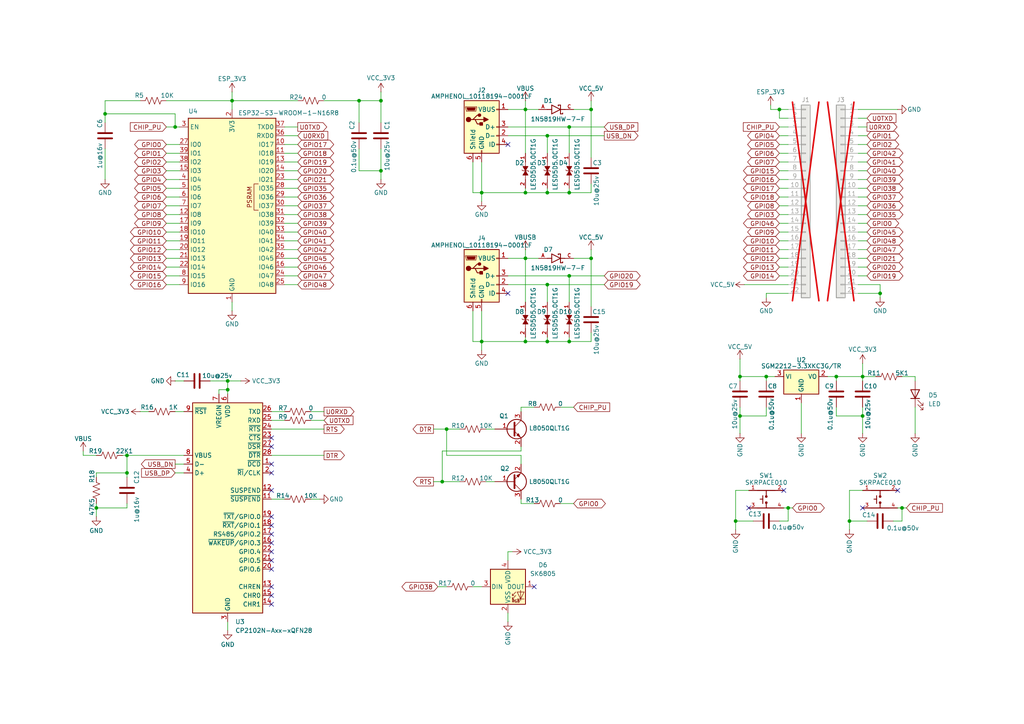
<source format=kicad_sch>
(kicad_sch (version 20231120) (generator "eeschema") (generator_version "8.0")
  (paper "A4")
  (title_block (title "ESP32-S3-DEVKITC-1-N16") (date "2024-10-28") (rev "rev0") (company "Espressif") (comment 1 "Drawing by Sean P. Harrington"))
  (junction (at 139.7 99.06))
  (junction (at 110.49 49.53))
  (junction (at 128.27 139.7))
  (junction (at 242.57 109.22))
  (junction (at 226.06 31.75))
  (junction (at 30.48 33.02))
  (junction (at 27.94 147.32))
  (junction (at 250.19 109.22))
  (junction (at 214.63 109.22))
  (junction (at 158.75 39.37))
  (junction (at 67.31 29.21))
  (junction (at 152.4 99.06))
  (junction (at 158.75 99.06))
  (junction (at 139.7 55.88))
  (junction (at 250.19 120.65))
  (junction (at 171.45 74.93))
  (junction (at 165.1 99.06))
  (junction (at 152.4 31.75))
  (junction (at 110.49 29.21))
  (junction (at 129.54 124.46))
  (junction (at 152.4 55.88))
  (junction (at 104.14 29.21))
  (junction (at 50.8 36.83))
  (junction (at 246.38 151.13))
  (junction (at 213.36 151.13))
  (junction (at 255.27 85.09))
  (junction (at 66.04 113.03))
  (junction (at 158.75 82.55))
  (junction (at 165.1 80.01))
  (junction (at 152.4 74.93))
  (junction (at 261.62 147.32))
  (junction (at 165.1 55.88))
  (junction (at 214.63 120.65))
  (junction (at 66.04 110.49))
  (junction (at 228.6 147.32))
  (junction (at 36.83 137.16))
  (junction (at 171.45 31.75))
  (junction (at 222.25 109.22))
  (junction (at 165.1 36.83))
  (junction (at 158.75 55.88))
  (junction (at 36.83 132.08))
  (no_connect (at 78.74 157.48))
  (no_connect (at 78.74 142.24))
  (no_connect (at 78.74 170.18))
  (no_connect (at 78.74 175.26))
  (no_connect (at 147.32 41.91))
  (no_connect (at 78.74 149.86))
  (no_connect (at 78.74 152.4))
  (no_connect (at 78.74 172.72))
  (no_connect (at 147.32 85.09))
  (no_connect (at 78.74 137.16))
  (no_connect (at 78.74 162.56))
  (no_connect (at 227.33 142.24))
  (no_connect (at 78.74 134.62))
  (no_connect (at 78.74 154.94))
  (no_connect (at 78.74 129.54))
  (no_connect (at 154.94 170.18))
  (no_connect (at 78.74 160.02))
  (no_connect (at 217.17 147.32))
  (no_connect (at 78.74 165.1))
  (no_connect (at 260.35 142.24))
  (no_connect (at 78.74 127))
  (no_connect (at 250.19 147.32))
  (wire (pts (xy 248.92 44.45) (xy 251.46 44.45)))
  (wire (pts (xy 104.14 29.21) (xy 104.14 35.56)))
  (wire (pts (xy 165.1 36.83) (xy 175.26 36.83)))
  (wire (pts (xy 24.13 130.81) (xy 24.13 132.08)))
  (wire (pts (xy 48.26 36.83) (xy 50.8 36.83)))
  (wire (pts (xy 248.92 85.09) (xy 255.27 85.09)))
  (wire (pts (xy 48.26 72.39) (xy 52.07 72.39)))
  (wire (pts (xy 226.06 69.85) (xy 228.6 69.85)))
  (wire (pts (xy 265.43 118.11) (xy 265.43 125.73)))
  (wire (pts (xy 165.1 55.88) (xy 165.1 54.61)))
  (wire (pts (xy 261.62 147.32) (xy 260.35 147.32)))
  (wire (pts (xy 67.31 26.67) (xy 67.31 29.21)))
  (wire (pts (xy 165.1 99.06) (xy 165.1 97.79)))
  (wire (pts (xy 151.13 119.38) (xy 151.13 118.11)))
  (wire (pts (xy 242.57 109.22) (xy 242.57 110.49)))
  (wire (pts (xy 158.75 55.88) (xy 158.75 54.61)))
  (wire (pts (xy 152.4 74.93) (xy 152.4 87.63)))
  (wire (pts (xy 82.55 36.83) (xy 86.36 36.83)))
  (wire (pts (xy 250.19 120.65) (xy 250.19 125.73)))
  (wire (pts (xy 248.92 59.69) (xy 251.46 59.69)))
  (wire (pts (xy 152.4 31.75) (xy 156.21 31.75)))
  (wire (pts (xy 90.17 121.92) (xy 93.98 121.92)))
  (wire (pts (xy 261.62 147.32) (xy 262.89 147.32)))
  (wire (pts (xy 137.16 55.88) (xy 139.7 55.88)))
  (wire (pts (xy 90.17 119.38) (xy 93.98 119.38)))
  (wire (pts (xy 165.1 80.01) (xy 165.1 87.63)))
  (wire (pts (xy 151.13 129.54) (xy 151.13 130.81)))
  (wire (pts (xy 226.06 52.07) (xy 228.6 52.07)))
  (wire (pts (xy 147.32 80.01) (xy 165.1 80.01)))
  (wire (pts (xy 63.5 113.03) (xy 66.04 113.03)))
  (wire (pts (xy 147.32 31.75) (xy 152.4 31.75)))
  (wire (pts (xy 228.6 147.32) (xy 229.87 147.32)))
  (wire (pts (xy 147.32 160.02) (xy 147.32 162.56)))
  (wire (pts (xy 147.32 74.93) (xy 152.4 74.93)))
  (wire (pts (xy 222.25 109.22) (xy 222.25 110.49)))
  (wire (pts (xy 248.92 49.53) (xy 251.46 49.53)))
  (wire (pts (xy 151.13 146.05) (xy 151.13 144.78)))
  (wire (pts (xy 48.26 59.69) (xy 52.07 59.69)))
  (wire (pts (xy 110.49 29.21) (xy 110.49 35.56)))
  (wire (pts (xy 166.37 31.75) (xy 171.45 31.75)))
  (wire (pts (xy 171.45 74.93) (xy 171.45 88.9)))
  (wire (pts (xy 152.4 31.75) (xy 152.4 44.45)))
  (wire (pts (xy 152.4 99.06) (xy 158.75 99.06)))
  (wire (pts (xy 50.8 119.38) (xy 53.34 119.38)))
  (wire (pts (xy 110.49 26.67) (xy 110.49 29.21)))
  (wire (pts (xy 151.13 134.62) (xy 151.13 132.08)))
  (wire (pts (xy 254 109.22) (xy 250.19 109.22)))
  (wire (pts (xy 152.4 55.88) (xy 152.4 54.61)))
  (wire (pts (xy 250.19 118.11) (xy 250.19 120.65)))
  (wire (pts (xy 226.06 34.29) (xy 226.06 31.75)))
  (wire (pts (xy 226.06 62.23) (xy 228.6 62.23)))
  (wire (pts (xy 248.92 57.15) (xy 251.46 57.15)))
  (wire (pts (xy 227.33 147.32) (xy 228.6 147.32)))
  (wire (pts (xy 48.26 54.61) (xy 52.07 54.61)))
  (wire (pts (xy 36.83 147.32) (xy 27.94 147.32)))
  (wire (pts (xy 48.26 74.93) (xy 52.07 74.93)))
  (wire (pts (xy 66.04 110.49) (xy 66.04 113.03)))
  (wire (pts (xy 248.92 62.23) (xy 251.46 62.23)))
  (wire (pts (xy 82.55 39.37) (xy 86.36 39.37)))
  (wire (pts (xy 50.8 36.83) (xy 50.8 33.02)))
  (wire (pts (xy 158.75 82.55) (xy 158.75 87.63)))
  (wire (pts (xy 250.19 142.24) (xy 246.38 142.24)))
  (wire (pts (xy 222.25 120.65) (xy 214.63 120.65)))
  (wire (pts (xy 137.16 170.18) (xy 139.7 170.18)))
  (wire (pts (xy 248.92 74.93) (xy 251.46 74.93)))
  (wire (pts (xy 158.75 99.06) (xy 158.75 97.79)))
  (wire (pts (xy 139.7 55.88) (xy 152.4 55.88)))
  (wire (pts (xy 110.49 43.18) (xy 110.49 49.53)))
  (wire (pts (xy 158.75 39.37) (xy 158.75 44.45)))
  (wire (pts (xy 248.92 64.77) (xy 251.46 64.77)))
  (wire (pts (xy 242.57 118.11) (xy 242.57 120.65)))
  (wire (pts (xy 214.63 109.22) (xy 214.63 104.14)))
  (wire (pts (xy 255.27 86.36) (xy 255.27 85.09)))
  (wire (pts (xy 248.92 67.31) (xy 251.46 67.31)))
  (wire (pts (xy 137.16 90.17) (xy 137.16 99.06)))
  (wire (pts (xy 27.94 138.43) (xy 27.94 137.16)))
  (wire (pts (xy 82.55 57.15) (xy 86.36 57.15)))
  (wire (pts (xy 265.43 109.22) (xy 265.43 110.49)))
  (wire (pts (xy 48.26 29.21) (xy 67.31 29.21)))
  (wire (pts (xy 248.92 31.75) (xy 260.35 31.75)))
  (wire (pts (xy 148.59 160.02) (xy 147.32 160.02)))
  (wire (pts (xy 63.5 114.3) (xy 63.5 113.03)))
  (wire (pts (xy 162.56 146.05) (xy 166.37 146.05)))
  (wire (pts (xy 248.92 69.85) (xy 251.46 69.85)))
  (wire (pts (xy 127 170.18) (xy 129.54 170.18)))
  (wire (pts (xy 35.56 132.08) (xy 36.83 132.08)))
  (wire (pts (xy 158.75 55.88) (xy 165.1 55.88)))
  (wire (pts (xy 140.97 139.7) (xy 143.51 139.7)))
  (wire (pts (xy 213.36 151.13) (xy 213.36 153.67)))
  (wire (pts (xy 226.06 39.37) (xy 228.6 39.37)))
  (wire (pts (xy 48.26 67.31) (xy 52.07 67.31)))
  (wire (pts (xy 228.6 31.75) (xy 226.06 31.75)))
  (wire (pts (xy 228.6 34.29) (xy 226.06 34.29)))
  (wire (pts (xy 242.57 120.65) (xy 250.19 120.65)))
  (wire (pts (xy 226.06 77.47) (xy 228.6 77.47)))
  (wire (pts (xy 165.1 36.83) (xy 165.1 44.45)))
  (wire (pts (xy 129.54 132.08) (xy 129.54 124.46)))
  (wire (pts (xy 139.7 99.06) (xy 152.4 99.06)))
  (wire (pts (xy 78.74 121.92) (xy 82.55 121.92)))
  (wire (pts (xy 48.26 46.99) (xy 52.07 46.99)))
  (wire (pts (xy 248.92 72.39) (xy 251.46 72.39)))
  (wire (pts (xy 139.7 99.06) (xy 139.7 101.6)))
  (wire (pts (xy 152.4 29.21) (xy 152.4 31.75)))
  (wire (pts (xy 48.26 77.47) (xy 52.07 77.47)))
  (wire (pts (xy 137.16 46.99) (xy 137.16 55.88)))
  (wire (pts (xy 226.06 44.45) (xy 228.6 44.45)))
  (wire (pts (xy 30.48 43.18) (xy 30.48 52.07)))
  (wire (pts (xy 82.55 72.39) (xy 86.36 72.39)))
  (wire (pts (xy 226.06 59.69) (xy 228.6 59.69)))
  (wire (pts (xy 82.55 82.55) (xy 86.36 82.55)))
  (wire (pts (xy 171.45 55.88) (xy 171.45 53.34)))
  (wire (pts (xy 223.52 31.75) (xy 223.52 30.48)))
  (wire (pts (xy 139.7 90.17) (xy 139.7 99.06)))
  (wire (pts (xy 67.31 87.63) (xy 67.31 90.17)))
  (wire (pts (xy 82.55 44.45) (xy 86.36 44.45)))
  (wire (pts (xy 248.92 41.91) (xy 251.46 41.91)))
  (wire (pts (xy 171.45 72.39) (xy 171.45 74.93)))
  (wire (pts (xy 242.57 109.22) (xy 250.19 109.22)))
  (wire (pts (xy 228.6 85.09) (xy 222.25 85.09)))
  (wire (pts (xy 171.45 29.21) (xy 171.45 31.75)))
  (wire (pts (xy 240.03 109.22) (xy 242.57 109.22)))
  (wire (pts (xy 82.55 59.69) (xy 86.36 59.69)))
  (wire (pts (xy 48.26 82.55) (xy 52.07 82.55)))
  (wire (pts (xy 165.1 55.88) (xy 171.45 55.88)))
  (wire (pts (xy 226.06 54.61) (xy 228.6 54.61)))
  (wire (pts (xy 48.26 69.85) (xy 52.07 69.85)))
  (wire (pts (xy 248.92 34.29) (xy 251.46 34.29)))
  (wire (pts (xy 140.97 124.46) (xy 143.51 124.46)))
  (wire (pts (xy 78.74 144.78) (xy 82.55 144.78)))
  (wire (pts (xy 67.31 29.21) (xy 86.36 29.21)))
  (wire (pts (xy 226.06 67.31) (xy 228.6 67.31)))
  (wire (pts (xy 90.17 144.78) (xy 92.71 144.78)))
  (wire (pts (xy 165.1 99.06) (xy 171.45 99.06)))
  (wire (pts (xy 162.56 118.11) (xy 166.37 118.11)))
  (wire (pts (xy 78.74 132.08) (xy 93.98 132.08)))
  (wire (pts (xy 82.55 41.91) (xy 86.36 41.91)))
  (wire (pts (xy 226.06 31.75) (xy 223.52 31.75)))
  (wire (pts (xy 128.27 130.81) (xy 128.27 139.7)))
  (wire (pts (xy 226.06 57.15) (xy 228.6 57.15)))
  (wire (pts (xy 82.55 62.23) (xy 86.36 62.23)))
  (wire (pts (xy 78.74 119.38) (xy 82.55 119.38)))
  (wire (pts (xy 147.32 177.8) (xy 147.32 180.34)))
  (wire (pts (xy 36.83 132.08) (xy 53.34 132.08)))
  (wire (pts (xy 82.55 77.47) (xy 86.36 77.47)))
  (wire (pts (xy 125.73 139.7) (xy 128.27 139.7)))
  (wire (pts (xy 78.74 124.46) (xy 93.98 124.46)))
  (wire (pts (xy 48.26 57.15) (xy 52.07 57.15)))
  (wire (pts (xy 154.94 146.05) (xy 151.13 146.05)))
  (wire (pts (xy 228.6 147.32) (xy 228.6 151.13)))
  (wire (pts (xy 128.27 139.7) (xy 133.35 139.7)))
  (wire (pts (xy 110.49 49.53) (xy 104.14 49.53)))
  (wire (pts (xy 248.92 39.37) (xy 251.46 39.37)))
  (wire (pts (xy 48.26 62.23) (xy 52.07 62.23)))
  (wire (pts (xy 110.49 49.53) (xy 110.49 52.07)))
  (wire (pts (xy 82.55 74.93) (xy 86.36 74.93)))
  (wire (pts (xy 67.31 29.21) (xy 67.31 31.75)))
  (wire (pts (xy 30.48 29.21) (xy 30.48 33.02)))
  (wire (pts (xy 171.45 31.75) (xy 171.45 45.72)))
  (wire (pts (xy 246.38 151.13) (xy 251.46 151.13)))
  (wire (pts (xy 48.26 44.45) (xy 52.07 44.45)))
  (wire (pts (xy 214.63 109.22) (xy 214.63 110.49)))
  (wire (pts (xy 171.45 99.06) (xy 171.45 96.52)))
  (wire (pts (xy 152.4 55.88) (xy 158.75 55.88)))
  (wire (pts (xy 152.4 72.39) (xy 152.4 74.93)))
  (wire (pts (xy 139.7 55.88) (xy 139.7 58.42)))
  (wire (pts (xy 261.62 109.22) (xy 265.43 109.22)))
  (wire (pts (xy 158.75 99.06) (xy 165.1 99.06)))
  (wire (pts (xy 104.14 43.18) (xy 104.14 49.53)))
  (wire (pts (xy 82.55 64.77) (xy 86.36 64.77)))
  (wire (pts (xy 226.06 151.13) (xy 228.6 151.13)))
  (wire (pts (xy 152.4 99.06) (xy 152.4 97.79)))
  (wire (pts (xy 27.94 147.32) (xy 27.94 149.86)))
  (wire (pts (xy 166.37 74.93) (xy 171.45 74.93)))
  (wire (pts (xy 232.41 116.84) (xy 232.41 125.73)))
  (wire (pts (xy 226.06 46.99) (xy 228.6 46.99)))
  (wire (pts (xy 82.55 49.53) (xy 86.36 49.53)))
  (wire (pts (xy 82.55 80.01) (xy 86.36 80.01)))
  (wire (pts (xy 226.06 41.91) (xy 228.6 41.91)))
  (wire (pts (xy 147.32 39.37) (xy 158.75 39.37)))
  (wire (pts (xy 248.92 54.61) (xy 251.46 54.61)))
  (wire (pts (xy 66.04 113.03) (xy 66.04 114.3)))
  (wire (pts (xy 48.26 64.77) (xy 52.07 64.77)))
  (wire (pts (xy 226.06 74.93) (xy 228.6 74.93)))
  (wire (pts (xy 50.8 36.83) (xy 52.07 36.83)))
  (wire (pts (xy 82.55 67.31) (xy 86.36 67.31)))
  (wire (pts (xy 27.94 146.05) (xy 27.94 147.32)))
  (wire (pts (xy 255.27 85.09) (xy 255.27 82.55)))
  (wire (pts (xy 147.32 36.83) (xy 165.1 36.83)))
  (wire (pts (xy 82.55 46.99) (xy 86.36 46.99)))
  (wire (pts (xy 30.48 33.02) (xy 30.48 35.56)))
  (wire (pts (xy 152.4 74.93) (xy 156.21 74.93)))
  (wire (pts (xy 36.83 137.16) (xy 36.83 138.43)))
  (wire (pts (xy 222.25 109.22) (xy 214.63 109.22)))
  (wire (pts (xy 50.8 137.16) (xy 53.34 137.16)))
  (wire (pts (xy 40.64 29.21) (xy 30.48 29.21)))
  (wire (pts (xy 224.79 109.22) (xy 222.25 109.22)))
  (wire (pts (xy 36.83 132.08) (xy 36.83 137.16)))
  (wire (pts (xy 82.55 54.61) (xy 86.36 54.61)))
  (wire (pts (xy 27.94 132.08) (xy 24.13 132.08)))
  (wire (pts (xy 43.18 119.38) (xy 40.64 119.38)))
  (wire (pts (xy 248.92 80.01) (xy 251.46 80.01)))
  (wire (pts (xy 158.75 39.37) (xy 175.26 39.37)))
  (wire (pts (xy 226.06 72.39) (xy 228.6 72.39)))
  (wire (pts (xy 50.8 33.02) (xy 30.48 33.02)))
  (wire (pts (xy 36.83 146.05) (xy 36.83 147.32)))
  (wire (pts (xy 246.38 142.24) (xy 246.38 151.13)))
  (wire (pts (xy 48.26 52.07) (xy 52.07 52.07)))
  (wire (pts (xy 213.36 151.13) (xy 218.44 151.13)))
  (wire (pts (xy 48.26 41.91) (xy 52.07 41.91)))
  (wire (pts (xy 82.55 52.07) (xy 86.36 52.07)))
  (wire (pts (xy 151.13 132.08) (xy 129.54 132.08)))
  (wire (pts (xy 165.1 80.01) (xy 175.26 80.01)))
  (wire (pts (xy 248.92 77.47) (xy 251.46 77.47)))
  (wire (pts (xy 226.06 36.83) (xy 228.6 36.83)))
  (wire (pts (xy 248.92 52.07) (xy 251.46 52.07)))
  (wire (pts (xy 250.19 109.22) (xy 250.19 110.49)))
  (wire (pts (xy 217.17 142.24) (xy 213.36 142.24)))
  (wire (pts (xy 60.96 110.49) (xy 66.04 110.49)))
  (wire (pts (xy 248.92 36.83) (xy 251.46 36.83)))
  (wire (pts (xy 222.25 118.11) (xy 222.25 120.65)))
  (wire (pts (xy 93.98 29.21) (xy 104.14 29.21)))
  (wire (pts (xy 66.04 110.49) (xy 69.85 110.49)))
  (wire (pts (xy 226.06 80.01) (xy 228.6 80.01)))
  (wire (pts (xy 50.8 110.49) (xy 53.34 110.49)))
  (wire (pts (xy 250.19 105.41) (xy 250.19 109.22)))
  (wire (pts (xy 158.75 82.55) (xy 175.26 82.55)))
  (wire (pts (xy 48.26 49.53) (xy 52.07 49.53)))
  (wire (pts (xy 82.55 69.85) (xy 86.36 69.85)))
  (wire (pts (xy 248.92 46.99) (xy 251.46 46.99)))
  (wire (pts (xy 48.26 80.01) (xy 52.07 80.01)))
  (wire (pts (xy 261.62 151.13) (xy 261.62 147.32)))
  (wire (pts (xy 66.04 180.34) (xy 66.04 182.88)))
  (wire (pts (xy 259.08 151.13) (xy 261.62 151.13)))
  (wire (pts (xy 137.16 99.06) (xy 139.7 99.06)))
  (wire (pts (xy 226.06 49.53) (xy 228.6 49.53)))
  (wire (pts (xy 104.14 29.21) (xy 110.49 29.21)))
  (wire (pts (xy 129.54 124.46) (xy 133.35 124.46)))
  (wire (pts (xy 226.06 64.77) (xy 228.6 64.77)))
  (wire (pts (xy 27.94 137.16) (xy 36.83 137.16)))
  (wire (pts (xy 214.63 118.11) (xy 214.63 120.65)))
  (wire (pts (xy 50.8 134.62) (xy 53.34 134.62)))
  (wire (pts (xy 125.73 124.46) (xy 129.54 124.46)))
  (wire (pts (xy 151.13 118.11) (xy 154.94 118.11)))
  (wire (pts (xy 214.63 120.65) (xy 214.63 125.73)))
  (wire (pts (xy 147.32 82.55) (xy 158.75 82.55)))
  (wire (pts (xy 151.13 130.81) (xy 128.27 130.81)))
  (wire (pts (xy 213.36 142.24) (xy 213.36 151.13)))
  (wire (pts (xy 246.38 151.13) (xy 246.38 153.67)))
  (wire (pts (xy 255.27 82.55) (xy 248.92 82.55)))
  (wire (pts (xy 222.25 85.09) (xy 222.25 86.36)))
  (wire (pts (xy 139.7 46.99) (xy 139.7 55.88)))
  (wire (pts (xy 215.9 82.55) (xy 228.6 82.55)))
  (global_label "GPIO38" (shape bidirectional) (at 86.36 62.23 0) (property "Intersheetrefs" "${INTERSHEET_REFS}" (effects (hide yes))))
  (global_label "GPIO7" (shape bidirectional) (at 48.26 59.69 180) (property "Intersheetrefs" "${INTERSHEET_REFS}" (effects (hide yes))))
  (global_label "GPIO37" (shape bidirectional) (at 86.36 59.69 0) (property "Intersheetrefs" "${INTERSHEET_REFS}" (effects (hide yes))))
  (global_label "GPIO0" (shape bidirectional) (at 166.37 146.05 0) (property "Intersheetrefs" "${INTERSHEET_REFS}" (effects (hide yes))))
  (global_label "GPIO15" (shape bidirectional) (at 48.26 80.01 180) (property "Intersheetrefs" "${INTERSHEET_REFS}" (effects (hide yes))))
  (global_label "GPIO45" (shape bidirectional) (at 86.36 74.93 0) (property "Intersheetrefs" "${INTERSHEET_REFS}" (effects (hide yes))))
  (global_label "GPIO9" (shape bidirectional) (at 226.06 67.31 180) (property "Intersheetrefs" "${INTERSHEET_REFS}" (effects (hide yes))))
  (global_label "GPIO2" (shape bidirectional) (at 251.46 41.91 0) (property "Intersheetrefs" "${INTERSHEET_REFS}" (effects (hide yes))))
  (global_label "GPIO36" (shape bidirectional) (at 86.36 57.15 0) (property "Intersheetrefs" "${INTERSHEET_REFS}" (effects (hide yes))))
  (global_label "GPIO19" (shape bidirectional) (at 175.26 82.55 0) (property "Intersheetrefs" "${INTERSHEET_REFS}" (effects (hide yes))))
  (global_label "GPIO5" (shape bidirectional) (at 48.26 54.61 180) (property "Intersheetrefs" "${INTERSHEET_REFS}" (effects (hide yes))))
  (global_label "GPIO18" (shape bidirectional) (at 226.06 57.15 180) (property "Intersheetrefs" "${INTERSHEET_REFS}" (effects (hide yes))))
  (global_label "GPIO12" (shape bidirectional) (at 48.26 72.39 180) (property "Intersheetrefs" "${INTERSHEET_REFS}" (effects (hide yes))))
  (global_label "GPIO7" (shape bidirectional) (at 226.06 46.99 180) (property "Intersheetrefs" "${INTERSHEET_REFS}" (effects (hide yes))))
  (global_label "GPIO6" (shape bidirectional) (at 48.26 57.15 180) (property "Intersheetrefs" "${INTERSHEET_REFS}" (effects (hide yes))))
  (global_label "GPIO46" (shape bidirectional) (at 86.36 77.47 0) (property "Intersheetrefs" "${INTERSHEET_REFS}" (effects (hide yes))))
  (global_label "GPIO20" (shape bidirectional) (at 175.26 80.01 0) (property "Intersheetrefs" "${INTERSHEET_REFS}" (effects (hide yes))))
  (global_label "GPIO10" (shape bidirectional) (at 48.26 67.31 180) (property "Intersheetrefs" "${INTERSHEET_REFS}" (effects (hide yes))))
  (global_label "GPIO3" (shape bidirectional) (at 226.06 62.23 180) (property "Intersheetrefs" "${INTERSHEET_REFS}" (effects (hide yes))))
  (global_label "U0RXD" (shape output) (at 251.46 36.83 0) (property "Intersheetrefs" "${INTERSHEET_REFS}" (effects (hide yes))))
  (global_label "GPIO48" (shape bidirectional) (at 86.36 82.55 0) (property "Intersheetrefs" "${INTERSHEET_REFS}" (effects (hide yes))))
  (global_label "GPIO42" (shape bidirectional) (at 251.46 44.45 0) (property "Intersheetrefs" "${INTERSHEET_REFS}" (effects (hide yes))))
  (global_label "CHIP_PU" (shape input) (at 226.06 36.83 180) (property "Intersheetrefs" "${INTERSHEET_REFS}" (effects (hide yes))))
  (global_label "CHIP_PU" (shape input) (at 262.89 147.32 0) (property "Intersheetrefs" "${INTERSHEET_REFS}" (effects (hide yes))))
  (global_label "GPIO42" (shape bidirectional) (at 86.36 72.39 0) (property "Intersheetrefs" "${INTERSHEET_REFS}" (effects (hide yes))))
  (global_label "GPIO14" (shape bidirectional) (at 48.26 77.47 180) (property "Intersheetrefs" "${INTERSHEET_REFS}" (effects (hide yes))))
  (global_label "GPIO47" (shape bidirectional) (at 251.46 72.39 0) (property "Intersheetrefs" "${INTERSHEET_REFS}" (effects (hide yes))))
  (global_label "GPIO21" (shape bidirectional) (at 86.36 52.07 0) (property "Intersheetrefs" "${INTERSHEET_REFS}" (effects (hide yes))))
  (global_label "DTR" (shape output) (at 93.98 132.08 0) (property "Intersheetrefs" "${INTERSHEET_REFS}" (effects (hide yes))))
  (global_label "U0RXD" (shape input) (at 86.36 39.37 0) (property "Intersheetrefs" "${INTERSHEET_REFS}" (effects (hide yes))))
  (global_label "GPIO8" (shape bidirectional) (at 226.06 59.69 180) (property "Intersheetrefs" "${INTERSHEET_REFS}" (effects (hide yes))))
  (global_label "GPIO20" (shape bidirectional) (at 86.36 49.53 0) (property "Intersheetrefs" "${INTERSHEET_REFS}" (effects (hide yes))))
  (global_label "GPIO15" (shape bidirectional) (at 226.06 49.53 180) (property "Intersheetrefs" "${INTERSHEET_REFS}" (effects (hide yes))))
  (global_label "GPIO35" (shape bidirectional) (at 251.46 62.23 0) (property "Intersheetrefs" "${INTERSHEET_REFS}" (effects (hide yes))))
  (global_label "GPIO19" (shape bidirectional) (at 251.46 80.01 0) (property "Intersheetrefs" "${INTERSHEET_REFS}" (effects (hide yes))))
  (global_label "GPIO17" (shape bidirectional) (at 226.06 54.61 180) (property "Intersheetrefs" "${INTERSHEET_REFS}" (effects (hide yes))))
  (global_label "GPIO3" (shape bidirectional) (at 48.26 49.53 180) (property "Intersheetrefs" "${INTERSHEET_REFS}" (effects (hide yes))))
  (global_label "GPIO37" (shape bidirectional) (at 251.46 57.15 0) (property "Intersheetrefs" "${INTERSHEET_REFS}" (effects (hide yes))))
  (global_label "USB_DP" (shape input) (at 175.26 36.83 0) (property "Intersheetrefs" "${INTERSHEET_REFS}" (effects (hide yes))))
  (global_label "GPIO46" (shape bidirectional) (at 226.06 64.77 180) (property "Intersheetrefs" "${INTERSHEET_REFS}" (effects (hide yes))))
  (global_label "CHIP_PU" (shape input) (at 48.26 36.83 180) (property "Intersheetrefs" "${INTERSHEET_REFS}" (effects (hide yes))))
  (global_label "GPIO4" (shape bidirectional) (at 226.06 39.37 180) (property "Intersheetrefs" "${INTERSHEET_REFS}" (effects (hide yes))))
  (global_label "GPIO8" (shape bidirectional) (at 48.26 62.23 180) (property "Intersheetrefs" "${INTERSHEET_REFS}" (effects (hide yes))))
  (global_label "GPIO1" (shape bidirectional) (at 251.46 39.37 0) (property "Intersheetrefs" "${INTERSHEET_REFS}" (effects (hide yes))))
  (global_label "GPIO6" (shape bidirectional) (at 226.06 44.45 180) (property "Intersheetrefs" "${INTERSHEET_REFS}" (effects (hide yes))))
  (global_label "GPIO2" (shape bidirectional) (at 48.26 46.99 180) (property "Intersheetrefs" "${INTERSHEET_REFS}" (effects (hide yes))))
  (global_label "USB_DP" (shape input) (at 50.8 137.16 180) (property "Intersheetrefs" "${INTERSHEET_REFS}" (effects (hide yes))))
  (global_label "GPIO41" (shape bidirectional) (at 251.46 46.99 0) (property "Intersheetrefs" "${INTERSHEET_REFS}" (effects (hide yes))))
  (global_label "GPIO16" (shape bidirectional) (at 226.06 52.07 180) (property "Intersheetrefs" "${INTERSHEET_REFS}" (effects (hide yes))))
  (global_label "GPIO36" (shape bidirectional) (at 251.46 59.69 0) (property "Intersheetrefs" "${INTERSHEET_REFS}" (effects (hide yes))))
  (global_label "U0RXD" (shape output) (at 93.98 119.38 0) (property "Intersheetrefs" "${INTERSHEET_REFS}" (effects (hide yes))))
  (global_label "GPIO10" (shape bidirectional) (at 226.06 69.85 180) (property "Intersheetrefs" "${INTERSHEET_REFS}" (effects (hide yes))))
  (global_label "USB_DN" (shape output) (at 50.8 134.62 180) (property "Intersheetrefs" "${INTERSHEET_REFS}" (effects (hide yes))))
  (global_label "U0TXD" (shape input) (at 251.46 34.29 0) (property "Intersheetrefs" "${INTERSHEET_REFS}" (effects (hide yes))))
  (global_label "GPIO0" (shape bidirectional) (at 229.87 147.32 0) (property "Intersheetrefs" "${INTERSHEET_REFS}" (effects (hide yes))))
  (global_label "GPIO5" (shape bidirectional) (at 226.06 41.91 180) (property "Intersheetrefs" "${INTERSHEET_REFS}" (effects (hide yes))))
  (global_label "GPIO9" (shape bidirectional) (at 48.26 64.77 180) (property "Intersheetrefs" "${INTERSHEET_REFS}" (effects (hide yes))))
  (global_label "GPIO4" (shape bidirectional) (at 48.26 52.07 180) (property "Intersheetrefs" "${INTERSHEET_REFS}" (effects (hide yes))))
  (global_label "RTS" (shape output) (at 93.98 124.46 0) (property "Intersheetrefs" "${INTERSHEET_REFS}" (effects (hide yes))))
  (global_label "CHIP_PU" (shape input) (at 166.37 118.11 0) (property "Intersheetrefs" "${INTERSHEET_REFS}" (effects (hide yes))))
  (global_label "GPIO20" (shape bidirectional) (at 251.46 77.47 0) (property "Intersheetrefs" "${INTERSHEET_REFS}" (effects (hide yes))))
  (global_label "RTS" (shape output) (at 125.73 139.7 180) (property "Intersheetrefs" "${INTERSHEET_REFS}" (effects (hide yes))))
  (global_label "GPIO47" (shape bidirectional) (at 86.36 80.01 0) (property "Intersheetrefs" "${INTERSHEET_REFS}" (effects (hide yes))))
  (global_label "GPIO48" (shape bidirectional) (at 251.46 69.85 0) (property "Intersheetrefs" "${INTERSHEET_REFS}" (effects (hide yes))))
  (global_label "USB_DN" (shape output) (at 175.26 39.37 0) (property "Intersheetrefs" "${INTERSHEET_REFS}" (effects (hide yes))))
  (global_label "GPIO13" (shape bidirectional) (at 226.06 77.47 180) (property "Intersheetrefs" "${INTERSHEET_REFS}" (effects (hide yes))))
  (global_label "GPIO41" (shape bidirectional) (at 86.36 69.85 0) (property "Intersheetrefs" "${INTERSHEET_REFS}" (effects (hide yes))))
  (global_label "GPIO0" (shape bidirectional) (at 251.46 64.77 0) (property "Intersheetrefs" "${INTERSHEET_REFS}" (effects (hide yes))))
  (global_label "GPIO11" (shape bidirectional) (at 48.26 69.85 180) (property "Intersheetrefs" "${INTERSHEET_REFS}" (effects (hide yes))))
  (global_label "U0TXD" (shape input) (at 93.98 121.92 0) (property "Intersheetrefs" "${INTERSHEET_REFS}" (effects (hide yes))))
  (global_label "DTR" (shape output) (at 125.73 124.46 180) (property "Intersheetrefs" "${INTERSHEET_REFS}" (effects (hide yes))))
  (global_label "GPIO1" (shape bidirectional) (at 48.26 44.45 180) (property "Intersheetrefs" "${INTERSHEET_REFS}" (effects (hide yes))))
  (global_label "GPIO39" (shape bidirectional) (at 86.36 64.77 0) (property "Intersheetrefs" "${INTERSHEET_REFS}" (effects (hide yes))))
  (global_label "GPIO21" (shape bidirectional) (at 251.46 74.93 0) (property "Intersheetrefs" "${INTERSHEET_REFS}" (effects (hide yes))))
  (global_label "GPIO35" (shape bidirectional) (at 86.36 54.61 0) (property "Intersheetrefs" "${INTERSHEET_REFS}" (effects (hide yes))))
  (global_label "GPIO12" (shape bidirectional) (at 226.06 74.93 180) (property "Intersheetrefs" "${INTERSHEET_REFS}" (effects (hide yes))))
  (global_label "U0TXD" (shape output) (at 86.36 36.83 0) (property "Intersheetrefs" "${INTERSHEET_REFS}" (effects (hide yes))))
  (global_label "GPIO0" (shape bidirectional) (at 48.26 41.91 180) (property "Intersheetrefs" "${INTERSHEET_REFS}" (effects (hide yes))))
  (global_label "GPIO19" (shape bidirectional) (at 86.36 46.99 0) (property "Intersheetrefs" "${INTERSHEET_REFS}" (effects (hide yes))))
  (global_label "GPIO38" (shape bidirectional) (at 251.46 54.61 0) (property "Intersheetrefs" "${INTERSHEET_REFS}" (effects (hide yes))))
  (global_label "GPIO17" (shape bidirectional) (at 86.36 41.91 0) (property "Intersheetrefs" "${INTERSHEET_REFS}" (effects (hide yes))))
  (global_label "GPIO14" (shape bidirectional) (at 226.06 80.01 180) (property "Intersheetrefs" "${INTERSHEET_REFS}" (effects (hide yes))))
  (global_label "GPIO39" (shape bidirectional) (at 251.46 52.07 0) (property "Intersheetrefs" "${INTERSHEET_REFS}" (effects (hide yes))))
  (global_label "GPIO16" (shape bidirectional) (at 48.26 82.55 180) (property "Intersheetrefs" "${INTERSHEET_REFS}" (effects (hide yes))))
  (global_label "GPIO18" (shape bidirectional) (at 86.36 44.45 0) (property "Intersheetrefs" "${INTERSHEET_REFS}" (effects (hide yes))))
  (global_label "GPIO38" (shape bidirectional) (at 127 170.18 180) (property "Intersheetrefs" "${INTERSHEET_REFS}" (effects (hide yes))))
  (global_label "GPIO40" (shape bidirectional) (at 86.36 67.31 0) (property "Intersheetrefs" "${INTERSHEET_REFS}" (effects (hide yes))))
  (global_label "GPIO45" (shape bidirectional) (at 251.46 67.31 0) (property "Intersheetrefs" "${INTERSHEET_REFS}" (effects (hide yes))))
  (global_label "GPIO40" (shape bidirectional) (at 251.46 49.53 0) (property "Intersheetrefs" "${INTERSHEET_REFS}" (effects (hide yes))))
  (global_label "GPIO11" (shape bidirectional) (at 226.06 72.39 180) (property "Intersheetrefs" "${INTERSHEET_REFS}" (effects (hide yes))))
  (global_label "GPIO13" (shape bidirectional) (at 48.26 74.93 180) (property "Intersheetrefs" "${INTERSHEET_REFS}" (effects (hide yes))))
  (symbol (lib_id "power:GND") (at 92.71 144.78 90) (unit 1)
    (property "Reference" "#PWR02" (effects (hide yes)))
    (property "Value" "GND" (at 95.504 144.78 90) (effects (justify right)))
    (property "Description" "Power symbol creates a global label with name \"GND\" , ground" (effects (hide yes)))
  )
  (symbol (lib_id "Connector_Generic:Conn_01x22") (at 233.68 57.15 0) (unit 1) (dnp yes)
    (property "Reference" "J1" (at 233.68 28.956 0))
    (property "Value" "Conn_01x22" (effects (hide yes)))
    (property "Footprint" "aqp_controller:PinHeader_1x22_P2.54mm_OVAL_Vertical" (effects (hide yes)))
    (property "Description" "Generic connector, single row, 01x22, script generated (kicad-library-utils/schlib/autogen/connector/)" (effects (hide yes)))
    (property "JLCPCB Part #" "C20610289" (effects (hide yes)))
  )
  (symbol (lib_id "1N5819HW-7-F:1N5819HW-7-F") (at 161.29 74.93 0) (mirror x) (unit 1)
    (property "Reference" "D7" (at 159.004 72.39 0))
    (property "Value" "1N5819HW-7-F" (at 161.798 77.724 0))
    (property "Footprint" "aqp_controller:SOD3715X145N" (effects (hide yes)))
    (property "Description" "Diode" (effects (hide yes)))
    (property "JLCPCB Part #" "C82544" (effects (hide yes)))
  )
  (symbol (lib_id "power:GND") (at 139.7 101.6 0) (unit 1)
    (property "Reference" "#PWR016" (effects (hide yes)))
    (property "Value" "GND" (at 139.7 105.41 0))
    (property "Description" "Power symbol creates a global label with name \"GND\" , ground" (effects (hide yes)))
  )
  (symbol (lib_id "Regulator_Linear:LM1117MP-3.3") (at 232.41 109.22 0) (unit 1)
    (property "Reference" "U2" (at 232.41 104.394 0))
    (property "Value" "SGM2212-3.3XKC3G/TR" (at 232.41 106.172 0))
    (property "Footprint" "Package_TO_SOT_SMD:SOT-223-3_TabPin2" (effects (hide yes)))
    (property "Datasheet" "http://www.ti.com/lit/ds/symlink/lm1117.pdf" (effects (hide yes)))
    (property "Description" "800mA Low-Dropout Linear Regulator, 3.3V fixed output, SOT-223" (effects (hide yes)))
    (property "JLCPCB Part #" "C86781" (effects (hide yes)))
  )
  (symbol (lib_id "power:GND") (at 50.8 110.49 270) (unit 1)
    (property "Reference" "#PWR03" (effects (hide yes)))
    (property "Value" "GND" (at 45.72 110.49 90))
    (property "Description" "Power symbol creates a global label with name \"GND\" , ground" (effects (hide yes)))
  )
  (symbol (lib_id "LESD5D5D:LESD5D5.0CT1G") (at 165.1 92.71 270) (unit 1)
    (property "Reference" "D10" (at 162.052 90.424 90) (effects (justify left)))
    (property "Value" "LESD5D5.0CT1G" (at 167.386 83.312 0) (effects (justify left)))
    (property "Footprint" "aqp_controller:TVS_LESD5D5.0CT1G" (effects (hide yes)))
    (property "JLCPCB Part #" "C383211" (effects (hide yes)))
  )
  (symbol (lib_id "power:GND") (at 27.94 149.86 0) (unit 1)
    (property "Reference" "#PWR04" (effects (hide yes)))
    (property "Value" "GND" (at 27.94 153.924 0))
    (property "Description" "Power symbol creates a global label with name \"GND\" , ground" (effects (hide yes)))
  )
  (symbol (lib_id "Device:R_US") (at 86.36 144.78 90) (unit 1)
    (property "Reference" "R14" (at 82.042 143.764 90))
    (property "Value" "10K" (at 90.17 143.764 90))
    (property "Footprint" "Resistor_SMD:R_0402_1005Metric" (effects (hide yes)))
    (property "Description" "Resistor, US symbol" (effects (hide yes)))
    (property "JLCPCB Part #" "C25744" (effects (hide yes)))
  )
  (symbol (lib_id "Device:C") (at 250.19 114.3 180) (unit 1)
    (property "Reference" "C10" (at 252.476 112.014 0))
    (property "Value" "10u@25v" (at 251.714 120.142 90))
    (property "Footprint" "Capacitor_SMD:C_0603_1608Metric" (effects (hide yes)))
    (property "Description" "Unpolarized capacitor" (effects (hide yes)))
    (property "JLCPCB Part #" "C96446" (effects (hide yes)))
  )
  (symbol (lib_id "power:VCCQ") (at 40.64 119.38 90) (unit 1)
    (property "Reference" "#PWR06" (effects (hide yes)))
    (property "Value" "VCC_3V3" (at 37.592 119.38 90) (effects (justify left)))
    (property "Description" "VCC_3V3" (effects (hide yes)))
  )
  (symbol (lib_id "LESD5D5D:LESD5D5.0CT1G") (at 152.4 92.71 270) (unit 1)
    (property "Reference" "D8" (at 149.352 90.424 90) (effects (justify left)))
    (property "Value" "LESD5D5.0CT1G" (at 154.686 83.312 0) (effects (justify left)))
    (property "Footprint" "aqp_controller:TVS_LESD5D5.0CT1G" (effects (hide yes)))
    (property "JLCPCB Part #" "C383211" (effects (hide yes)))
  )
  (symbol (lib_id "power:VCCQ") (at 223.52 30.48 0) (unit 1)
    (property "Reference" "#PWR012" (effects (hide yes)))
    (property "Value" "ESP_3V3" (at 223.52 26.67 0))
    (property "Description" "Power symbol creates a global label with name \"VCCQ\"" (effects (hide yes)))
  )
  (symbol (lib_id "Device:C") (at 255.27 151.13 270) (unit 1)
    (property "Reference" "C14" (at 251.968 149.352 90))
    (property "Value" "0.1u@50v" (at 261.874 153.162 90))
    (property "Footprint" "Capacitor_SMD:C_0402_1005Metric" (effects (hide yes)))
    (property "Description" "Unpolarized capacitor" (effects (hide yes)))
    (property "JLCPCB Part #" "C1581" (effects (hide yes)))
  )
  (symbol (lib_id "power:GND") (at 147.32 180.34 0) (unit 1)
    (property "Reference" "#PWR020" (effects (hide yes)))
    (property "Value" "GND" (at 147.32 183.134 90) (effects (justify right)))
    (property "Description" "Power symbol creates a global label with name \"GND\" , ground" (effects (hide yes)))
  )
  (symbol (lib_id "power:GND") (at 250.19 125.73 0) (unit 1)
    (property "Reference" "#PWR023" (effects (hide yes)))
    (property "Value" "GND" (at 250.19 128.524 90) (effects (justify right)))
    (property "Description" "Power symbol creates a global label with name \"GND\" , ground" (effects (hide yes)))
  )
  (symbol (lib_id "Device:R_US") (at 44.45 29.21 270) (unit 1)
    (property "Reference" "R5" (at 40.386 27.686 90))
    (property "Value" "10K" (at 48.514 27.686 90))
    (property "Footprint" "Resistor_SMD:R_0402_1005Metric" (effects (hide yes)))
    (property "Description" "Resistor, US symbol" (effects (hide yes)))
    (property "JLCPCB Part #" "C25744" (effects (hide yes)))
  )
  (symbol (lib_id "Device:LED") (at 265.43 114.3 90) (unit 1)
    (property "Reference" "D5" (at 269.24 114.6174 90) (effects (justify right)))
    (property "Value" "LED" (at 269.24 117.1574 90) (effects (justify right)))
    (property "Footprint" "LED_SMD:LED_0805_2012Metric" (effects (hide yes)))
    (property "Description" "Light emitting diode" (effects (hide yes)))
    (property "JLCPCB Part #" "C2297" (effects (hide yes)))
  )
  (symbol (lib_id "Device:C") (at 57.15 110.49 90) (unit 1)
    (property "Reference" "C11" (at 53.086 108.712 90))
    (property "Value" "10u@25v" (at 62.992 108.966 90))
    (property "Footprint" "Capacitor_SMD:C_0603_1608Metric" (effects (hide yes)))
    (property "Description" "Unpolarized capacitor" (effects (hide yes)))
    (property "JLCPCB Part #" "C96446" (effects (hide yes)))
  )
  (symbol (lib_id "Device:C") (at 171.45 49.53 180) (unit 1)
    (property "Reference" "C3" (at 173.228 47.244 0))
    (property "Value" "10u@25v" (at 172.974 55.372 90))
    (property "Footprint" "Capacitor_SMD:C_0603_1608Metric" (effects (hide yes)))
    (property "Description" "Unpolarized capacitor" (effects (hide yes)))
    (property "JLCPCB Part #" "C96446" (effects (hide yes)))
  )
  (symbol (lib_id "Device:R_US") (at 133.35 170.18 90) (unit 1)
    (property "Reference" "R17" (at 129.032 169.164 90))
    (property "Value" "0" (at 137.16 169.164 90))
    (property "Footprint" "Resistor_SMD:R_0402_1005Metric" (effects (hide yes)))
    (property "Description" "Resistor, US symbol" (effects (hide yes)))
    (property "JLCPCB Part #" "C60485" (effects (hide yes)))
  )
  (symbol (lib_id "Device:C") (at 214.63 114.3 180) (unit 1)
    (property "Reference" "C7" (at 212.598 112.014 0))
    (property "Value" "10u@25v" (at 213.106 120.142 90))
    (property "Footprint" "Capacitor_SMD:C_0603_1608Metric" (effects (hide yes)))
    (property "Description" "Unpolarized capacitor" (effects (hide yes)))
    (property "JLCPCB Part #" "C96446" (effects (hide yes)))
  )
  (symbol (lib_id "power:VCCQ") (at 110.49 26.67 0) (mirror y) (unit 1)
    (property "Reference" "#PWR031" (effects (hide yes)))
    (property "Value" "VCC_3V3" (at 110.49 22.606 0))
    (property "Description" "VCC_3V3" (effects (hide yes)))
  )
  (symbol (lib_id "LESD5D5D:LESD5D5.0CT1G") (at 152.4 49.53 270) (unit 1)
    (property "Reference" "D2" (at 149.352 47.244 90) (effects (justify left)))
    (property "Value" "LESD5D5.0CT1G" (at 154.686 40.132 0) (effects (justify left)))
    (property "Footprint" "aqp_controller:TVS_LESD5D5.0CT1G" (effects (hide yes)))
    (property "JLCPCB Part #" "C383211" (effects (hide yes)))
  )
  (symbol (lib_id "SKRPACE010:SKRPACE010") (at 222.25 144.78 0) (unit 1)
    (property "Reference" "SW1" (at 222.25 137.922 0))
    (property "Value" "SKRPACE010" (at 222.25 139.954 0))
    (property "Footprint" "aqp_controller:SW_SKRPACE010" (effects (hide yes)))
    (property "Datasheet" "http://www.apem.com/int/index.php?controller=attachment&id_attachment=488" (effects (hide yes)))
    (property "Description" "MEC 5G single pole normally-open tactile switch" (effects (hide yes)))
    (property "JLCPCB Part #" "C139797" (effects (hide yes)))
  )
  (symbol (lib_id "Transistor_BJT:BC818") (at 148.59 139.7 0) (mirror x) (unit 1)
    (property "Reference" "Q2" (at 145.034 135.89 0) (effects (justify left)))
    (property "Value" "L8050QLT1G" (at 153.416 139.7 0) (effects (justify left)))
    (property "Footprint" "Package_TO_SOT_SMD:SOT-23" (effects (hide yes)))
    (property "Datasheet" "https://www.onsemi.com/pub/Collateral/BC818-D.pdf" (effects (hide yes)))
    (property "Description" "0.8A Ic, 25V Vce, NPN Transistor, SOT-23" (effects (hide yes)))
    (property "JLCPCB Part #" "C49581" (effects (hide yes)))
  )
  (symbol (lib_id "power:GND") (at 110.49 52.07 0) (mirror y) (unit 1)
    (property "Reference" "#PWR032" (effects (hide yes)))
    (property "Value" "GND" (at 110.49 55.88 0))
    (property "Description" "Power symbol creates a global label with name \"GND\" , ground" (effects (hide yes)))
  )
  (symbol (lib_id "power:VCCQ") (at 67.31 26.67 0) (unit 1)
    (property "Reference" "#PWR030" (effects (hide yes)))
    (property "Value" "ESP_3V3" (at 67.31 22.86 0))
    (property "Description" "Power symbol creates a global label with name \"VCCQ\"" (effects (hide yes)))
  )
  (symbol (lib_id "power:VCCQ") (at 69.85 110.49 270) (unit 1)
    (property "Reference" "#PWR01" (effects (hide yes)))
    (property "Value" "VCC_3V3" (at 77.216 110.49 90))
    (property "Description" "VCC_3V3" (effects (hide yes)))
  )
  (symbol (lib_id "Device:R_US") (at 90.17 29.21 90) (unit 1)
    (property "Reference" "R24" (at 85.852 28.194 90))
    (property "Value" "0" (at 93.98 28.194 90))
    (property "Footprint" "Resistor_SMD:R_0603_1608Metric" (effects (hide yes)))
    (property "Description" "Resistor, US symbol" (effects (hide yes)))
    (property "JLCPCB Part #" "C21189" (effects (hide yes)))
  )
  (symbol (lib_id "power:GND") (at 222.25 86.36 0) (unit 1)
    (property "Reference" "#PWR010" (effects (hide yes)))
    (property "Value" "GND" (at 222.25 90.17 0))
    (property "Description" "Power symbol creates a global label with name \"GND\" , ground" (effects (hide yes)))
  )
  (symbol (lib_id "Device:R_US") (at 31.75 132.08 90) (unit 1)
    (property "Reference" "R19" (at 27.686 130.81 90))
    (property "Value" "22K1" (at 36.068 130.81 90))
    (property "Footprint" "Resistor_SMD:R_0402_1005Metric" (effects (hide yes)))
    (property "Description" "Resistor, US symbol" (effects (hide yes)))
    (property "JLCPCB Part #" "C43473" (effects (hide yes)))
  )
  (symbol (lib_id "power:GND") (at 66.04 182.88 0) (unit 1)
    (property "Reference" "#PWR05" (effects (hide yes)))
    (property "Value" "GND" (at 66.04 186.944 0))
    (property "Description" "Power symbol creates a global label with name \"GND\" , ground" (effects (hide yes)))
  )
  (symbol (lib_id "Device:R_US") (at 86.36 121.92 90) (unit 1)
    (property "Reference" "R9" (at 82.042 120.904 90))
    (property "Value" "0" (at 90.17 120.904 90))
    (property "Footprint" "Resistor_SMD:R_0402_1005Metric" (effects (hide yes)))
    (property "Description" "Resistor, US symbol" (effects (hide yes)))
    (property "JLCPCB Part #" "C60485" (effects (hide yes)))
  )
  (symbol (lib_id "Connector:USB_B_Micro") (at 139.7 36.83 0) (unit 1)
    (property "Reference" "J2" (at 139.7 26.162 0))
    (property "Value" "AMPHENOL_10118194-0001LF" (at 139.7 27.94 0))
    (property "Footprint" "Connector_USB:USB_Micro-B_Amphenol_10118194_Horizontal" (effects (hide yes)))
    (property "Description" "USB Micro Type B connector" (effects (hide yes)))
    (property "JLCPCB Part #" "C132563" (effects (hide yes)))
  )
  (symbol (lib_id "power:VCCQ") (at 214.63 104.14 0) (unit 1)
    (property "Reference" "#PWR027" (effects (hide yes)))
    (property "Value" "VCC_5V" (at 214.63 100.584 0))
    (property "Description" "Power symbol creates a global label with name \"VCCQ\"" (effects (hide yes)))
  )
  (symbol (lib_id "Device:R_US") (at 257.81 109.22 90) (unit 1)
    (property "Reference" "R11" (at 253.492 108.204 90))
    (property "Value" "5K1" (at 261.62 108.204 90))
    (property "Footprint" "Resistor_SMD:R_0402_1005Metric" (effects (hide yes)))
    (property "Description" "Resistor, US symbol" (effects (hide yes)))
    (property "JLCPCB Part #" "C25905" (effects (hide yes)))
  )
  (symbol (lib_id "power:GND") (at 265.43 125.73 0) (unit 1)
    (property "Reference" "#PWR024" (effects (hide yes)))
    (property "Value" "GND" (at 265.43 128.524 90) (effects (justify right)))
    (property "Description" "Power symbol creates a global label with name \"GND\" , ground" (effects (hide yes)))
  )
  (symbol (lib_id "Connector_Generic:Conn_01x22") (at 243.84 57.15 0) (mirror y) (unit 1) (dnp yes)
    (property "Reference" "J3" (at 243.84 28.956 0))
    (property "Value" "Conn_01x22" (effects (hide yes)))
    (property "Footprint" "aqp_controller:PinHeader_1x22_P2.54mm_OVAL_Vertical" (effects (hide yes)))
    (property "Description" "Generic connector, single row, 01x22, script generated (kicad-library-utils/schlib/autogen/connector/)" (effects (hide yes)))
    (property "JLCPCB Part #" "C20610289" (effects (hide yes)))
  )
  (symbol (lib_id "LESD5D5D:LESD5D5.0CT1G") (at 158.75 92.71 270) (unit 1)
    (property "Reference" "D9" (at 155.702 90.424 90) (effects (justify left)))
    (property "Value" "LESD5D5.0CT1G" (at 161.036 83.312 0) (effects (justify left)))
    (property "Footprint" "aqp_controller:TVS_LESD5D5.0CT1G" (effects (hide yes)))
    (property "JLCPCB Part #" "C383211" (effects (hide yes)))
  )
  (symbol (lib_id "Transistor_BJT:BC818") (at 148.59 124.46 0) (unit 1)
    (property "Reference" "Q1" (at 144.78 120.65 0) (effects (justify left)))
    (property "Value" "L8050QLT1G" (at 153.416 124.206 0) (effects (justify left)))
    (property "Footprint" "Package_TO_SOT_SMD:SOT-23" (effects (hide yes)))
    (property "Datasheet" "https://www.onsemi.com/pub/Collateral/BC818-D.pdf" (effects (hide yes)))
    (property "Description" "0.8A Ic, 25V Vce, NPN Transistor, SOT-23" (effects (hide yes)))
    (property "JLCPCB Part #" "C49581" (effects (hide yes)))
  )
  (symbol (lib_id "power:VCCQ") (at 250.19 105.41 0) (unit 1)
    (property "Reference" "#PWR028" (effects (hide yes)))
    (property "Value" "VCC_3V3" (at 250.19 101.346 0))
    (property "Description" "VCC_3V3" (effects (hide yes)))
  )
  (symbol (lib_id "Device:R_US") (at 158.75 146.05 90) (unit 1)
    (property "Reference" "R13" (at 154.432 145.034 90))
    (property "Value" "0" (at 162.56 145.034 90))
    (property "Footprint" "Resistor_SMD:R_0402_1005Metric" (effects (hide yes)))
    (property "Description" "Resistor, US symbol" (effects (hide yes)))
    (property "JLCPCB Part #" "C60485" (effects (hide yes)))
  )
  (symbol (lib_id "power:VBUS") (at 152.4 29.21 0) (unit 1)
    (property "Reference" "#PWR013" (effects (hide yes)))
    (property "Value" "VBUS" (at 152.4 25.654 0))
    (property "Description" "Power symbol creates a global label with name \"VBUS\"" (effects (hide yes)))
  )
  (symbol (lib_id "Device:R_US") (at 137.16 124.46 90) (unit 1)
    (property "Reference" "R10" (at 132.842 123.444 90))
    (property "Value" "10K" (at 140.97 123.444 90))
    (property "Footprint" "Resistor_SMD:R_0402_1005Metric" (effects (hide yes)))
    (property "Description" "Resistor, US symbol" (effects (hide yes)))
    (property "JLCPCB Part #" "C25744" (effects (hide yes)))
  )
  (symbol (lib_id "Device:C") (at 36.83 142.24 180) (unit 1)
    (property "Reference" "C12" (at 39.624 138.43 90))
    (property "Value" "1u@16v" (at 39.624 147.828 90))
    (property "Footprint" "Capacitor_SMD:C_0402_1005Metric" (effects (hide yes)))
    (property "Description" "Unpolarized capacitor" (effects (hide yes)))
    (property "JLCPCB Part #" "C29266" (effects (hide yes)))
  )
  (symbol (lib_id "power:VCCQ") (at 215.9 82.55 90) (unit 1)
    (property "Reference" "#PWR011" (effects (hide yes)))
    (property "Value" "VCC_5V" (at 209.55 82.55 90))
    (property "Description" "Power symbol creates a global label with name \"VCCQ\"" (effects (hide yes)))
  )
  (symbol (lib_id "power:VCCQ") (at 171.45 29.21 0) (unit 1)
    (property "Reference" "#PWR015" (effects (hide yes)))
    (property "Value" "VCC_5V" (at 171.45 25.654 0))
    (property "Description" "Power symbol creates a global label with name \"VCCQ\"" (effects (hide yes)))
  )
  (symbol (lib_id "power:VCCQ") (at 171.45 72.39 0) (unit 1)
    (property "Reference" "#PWR018" (effects (hide yes)))
    (property "Value" "VCC_5V" (at 171.45 68.834 0))
    (property "Description" "Power symbol creates a global label with name \"VCCQ\"" (effects (hide yes)))
  )
  (symbol (lib_id "Connector:USB_B_Micro") (at 139.7 80.01 0) (unit 1)
    (property "Reference" "J4" (at 139.7 69.088 0))
    (property "Value" "AMPHENOL_10118194-0001LF" (at 139.7 71.12 0))
    (property "Footprint" "Connector_USB:USB_Micro-B_Amphenol_10118194_Horizontal" (effects (hide yes)))
    (property "Description" "USB Micro Type B connector" (effects (hide yes)))
    (property "JLCPCB Part #" "C132563" (effects (hide yes)))
  )
  (symbol (lib_id "power:GND") (at 213.36 153.67 0) (unit 1)
    (property "Reference" "#PWR025" (effects (hide yes)))
    (property "Value" "GND" (at 213.36 156.464 90) (effects (justify right)))
    (property "Description" "Power symbol creates a global label with name \"GND\" , ground" (effects (hide yes)))
  )
  (symbol (lib_id "Device:R_US") (at 137.16 139.7 90) (unit 1)
    (property "Reference" "R12" (at 132.842 138.684 90))
    (property "Value" "10K" (at 140.97 138.684 90))
    (property "Footprint" "Resistor_SMD:R_0402_1005Metric" (effects (hide yes)))
    (property "Description" "Resistor, US symbol" (effects (hide yes)))
    (property "JLCPCB Part #" "C25744" (effects (hide yes)))
  )
  (symbol (lib_id "power:GND") (at 67.31 90.17 0) (unit 1)
    (property "Reference" "#PWR029" (effects (hide yes)))
    (property "Value" "GND" (at 67.31 93.98 0))
    (property "Description" "Power symbol creates a global label with name \"GND\" , ground" (effects (hide yes)))
  )
  (symbol (lib_id "Device:C") (at 242.57 114.3 180) (unit 1)
    (property "Reference" "C9" (at 240.538 112.014 0))
    (property "Value" "0.1u@50v" (at 240.792 120.142 90))
    (property "Footprint" "Capacitor_SMD:C_0402_1005Metric" (effects (hide yes)))
    (property "Description" "Unpolarized capacitor" (effects (hide yes)))
    (property "JLCPCB Part #" "C1581" (effects (hide yes)))
  )
  (symbol (lib_id "Device:C") (at 222.25 151.13 270) (unit 1)
    (property "Reference" "C13" (at 218.948 149.098 90))
    (property "Value" "0.1u@50v" (at 228.6 152.908 90))
    (property "Footprint" "Capacitor_SMD:C_0402_1005Metric" (effects (hide yes)))
    (property "Description" "Unpolarized capacitor" (effects (hide yes)))
    (property "JLCPCB Part #" "C1581" (effects (hide yes)))
  )
  (symbol (lib_id "SKRPACE010:SKRPACE010") (at 255.27 144.78 0) (unit 1)
    (property "Reference" "SW2" (at 255.27 137.922 0))
    (property "Value" "SKRPACE010" (at 255.27 139.954 0))
    (property "Footprint" "aqp_controller:SW_SKRPACE010" (effects (hide yes)))
    (property "Datasheet" "http://www.apem.com/int/index.php?controller=attachment&id_attachment=488" (effects (hide yes)))
    (property "Description" "MEC 5G single pole normally-open tactile switch" (effects (hide yes)))
    (property "JLCPCB Part #" "C139797" (effects (hide yes)))
  )
  (symbol (lib_id "Device:C") (at 104.14 39.37 0) (mirror x) (unit 1)
    (property "Reference" "C2" (at 102.108 36.322 90))
    (property "Value" "0.1u@50v" (at 102.616 45.466 90))
    (property "Footprint" "Capacitor_SMD:C_0402_1005Metric" (effects (hide yes)))
    (property "Description" "Unpolarized capacitor" (effects (hide yes)))
    (property "JLCPCB Part #" "C1581" (effects (hide yes)))
  )
  (symbol (lib_id "power:GND") (at 30.48 52.07 0) (mirror y) (unit 1)
    (property "Reference" "#PWR034" (effects (hide yes)))
    (property "Value" "GND" (at 30.48 55.88 0))
    (property "Description" "Power symbol creates a global label with name \"GND\" , ground" (effects (hide yes)))
  )
  (symbol (lib_id "Device:R_US") (at 27.94 142.24 180) (unit 1)
    (property "Reference" "R18" (at 26.67 138.176 90))
    (property "Value" "47K5" (at 26.67 147.066 90))
    (property "Footprint" "Resistor_SMD:R_0402_1005Metric" (effects (hide yes)))
    (property "Description" "Resistor, US symbol" (effects (hide yes)))
    (property "JLCPCB Part #" "C25896" (effects (hide yes)))
  )
  (symbol (lib_id "power:GND") (at 139.7 58.42 0) (unit 1)
    (property "Reference" "#PWR014" (effects (hide yes)))
    (property "Value" "GND" (at 139.7 62.23 0))
    (property "Description" "Power symbol creates a global label with name \"GND\" , ground" (effects (hide yes)))
  )
  (symbol (lib_id "Device:C") (at 110.49 39.37 0) (mirror x) (unit 1)
    (property "Reference" "C1" (at 112.268 36.322 90))
    (property "Value" "10u@25v" (at 112.268 45.212 90))
    (property "Footprint" "Capacitor_SMD:C_0603_1608Metric" (effects (hide yes)))
    (property "Description" "Unpolarized capacitor" (effects (hide yes)))
    (property "JLCPCB Part #" "C96446" (effects (hide yes)))
  )
  (symbol (lib_id "power:VCCQ") (at 148.59 160.02 270) (unit 1)
    (property "Reference" "#PWR019" (effects (hide yes)))
    (property "Value" "VCC_3V3" (at 155.956 160.02 90))
    (property "Description" "VCC_3V3" (effects (hide yes)))
  )
  (symbol (lib_id "power:GND") (at 232.41 125.73 0) (unit 1)
    (property "Reference" "#PWR022" (effects (hide yes)))
    (property "Value" "GND" (at 232.41 128.524 90) (effects (justify right)))
    (property "Description" "Power symbol creates a global label with name \"GND\" , ground" (effects (hide yes)))
  )
  (symbol (lib_id "Device:R_US") (at 158.75 118.11 90) (unit 1)
    (property "Reference" "R8" (at 154.432 117.094 90))
    (property "Value" "0" (at 162.56 117.094 90))
    (property "Footprint" "Resistor_SMD:R_0402_1005Metric" (effects (hide yes)))
    (property "Description" "Resistor, US symbol" (effects (hide yes)))
    (property "JLCPCB Part #" "C60485" (effects (hide yes)))
  )
  (symbol (lib_id "Device:C") (at 171.45 92.71 180) (unit 1)
    (property "Reference" "C15" (at 173.736 90.424 0))
    (property "Value" "10u@25v" (at 172.974 98.552 90))
    (property "Footprint" "Capacitor_SMD:C_0603_1608Metric" (effects (hide yes)))
    (property "Description" "Unpolarized capacitor" (effects (hide yes)))
    (property "JLCPCB Part #" "C96446" (effects (hide yes)))
  )
  (symbol (lib_id "1N5819HW-7-F:1N5819HW-7-F") (at 161.29 31.75 0) (mirror x) (unit 1)
    (property "Reference" "D1" (at 159.004 29.21 0))
    (property "Value" "1N5819HW-7-F" (at 161.798 34.544 0))
    (property "Footprint" "aqp_controller:SOD3715X145N" (effects (hide yes)))
    (property "Description" "Diode" (effects (hide yes)))
    (property "JLCPCB Part #" "C82544" (effects (hide yes)))
  )
  (symbol (lib_id "LED:SK6805") (at 147.32 170.18 0) (unit 1)
    (property "Reference" "D6" (at 157.48 163.8614 0))
    (property "Value" "SK6805" (at 157.48 166.4014 0))
    (property "Footprint" "LED_SMD:LED_SK6805_PLCC4_2.4x2.7mm_P1.3mm" (effects (hide yes)))
    (property "Datasheet" "https://cdn-shop.adafruit.com/product-files/3484/3484_Datasheet.pdf" (effects (hide yes)))
    (property "Description" "RGB LED with integrated controller" (effects (hide yes)))
    (property "JLCPCB Part #" "C2909056" (effects (hide yes)))
  )
  (symbol (lib_id "Interface_USB:CP2102N-Axx-xQFN28") (at 66.04 147.32 0) (unit 1)
    (property "Reference" "U3" (at 68.2341 180.34 0) (effects (justify left)))
    (property "Value" "CP2102N-Axx-xQFN28" (at 68.2341 182.88 0) (effects (justify left)))
    (property "Footprint" "Package_DFN_QFN:QFN-28-1EP_5x5mm_P0.5mm_EP3.35x3.35mm" (effects (hide yes)))
    (property "Datasheet" "https://www.silabs.com/documents/public/data-sheets/cp2102n-datasheet.pdf" (effects (hide yes)))
    (property "Description" "USB to UART master bridge, QFN-28" (effects (hide yes)))
    (property "JLCPCB Part #" "C964632" (effects (hide yes)))
  )
  (symbol (lib_id "power:GND") (at 214.63 125.73 0) (unit 1)
    (property "Reference" "#PWR021" (effects (hide yes)))
    (property "Value" "GND" (at 214.63 128.524 90) (effects (justify right)))
    (property "Description" "Power symbol creates a global label with name \"GND\" , ground" (effects (hide yes)))
  )
  (symbol (lib_id "Device:C") (at 222.25 114.3 180) (unit 1)
    (property "Reference" "C8" (at 224.028 112.014 0))
    (property "Value" "0.1u@50v" (at 223.774 120.142 90))
    (property "Footprint" "Capacitor_SMD:C_0402_1005Metric" (effects (hide yes)))
    (property "Description" "Unpolarized capacitor" (effects (hide yes)))
    (property "JLCPCB Part #" "C1581" (effects (hide yes)))
  )
  (symbol (lib_id "Device:R_US") (at 46.99 119.38 90) (unit 1)
    (property "Reference" "R16" (at 42.672 118.11 90))
    (property "Value" "1K" (at 50.292 118.11 90))
    (property "Footprint" "Resistor_SMD:R_0402_1005Metric" (effects (hide yes)))
    (property "Description" "Resistor, US symbol" (effects (hide yes)))
    (property "JLCPCB Part #" "C11702" (effects (hide yes)))
  )
  (symbol (lib_id "LESD5D5D:LESD5D5.0CT1G") (at 165.1 49.53 270) (unit 1)
    (property "Reference" "D4" (at 162.052 47.244 90) (effects (justify left)))
    (property "Value" "LESD5D5.0CT1G" (at 167.386 40.132 0) (effects (justify left)))
    (property "Footprint" "aqp_controller:TVS_LESD5D5.0CT1G" (effects (hide yes)))
    (property "JLCPCB Part #" "C383211" (effects (hide yes)))
  )
  (symbol (lib_id "RF_Module:ESP32-S3-WROOM-1") (at 67.31 59.69 0) (unit 1)
    (property "Reference" "U4" (at 54.61 32.258 0) (effects (justify left)))
    (property "Value" "ESP32-S3-WROOM-1-N16R8" (at 69.088 32.766 0) (effects (justify left)))
    (property "Footprint" "RF_Module:ESP32-S3-WROOM-1" (effects (hide yes)))
    (property "Datasheet" "https://www.espressif.com/sites/default/files/documentation/esp32-s3-wroom-1_wroom-1u_datasheet_en.pdf" (effects (hide yes)))
    (property "Description" "RF Module, ESP32-S3 SoC, Wi-Fi 802.11b/g/n, Bluetooth, BLE, 32-bit, 3.3V, onboard antenna, SMD" (effects (hide yes)))
    (property "JLCPCB Part #" "C2913202" (effects (hide yes)))
    (property "JLCPCB Alt Part #" "C19170935" (effects (hide yes)))
  )
  (symbol (lib_id "power:VBUS") (at 24.13 130.81 0) (unit 1)
    (property "Reference" "#PWR07" (effects (hide yes)))
    (property "Value" "VBUS" (at 24.13 127.254 0))
    (property "Description" "Power symbol creates a global label with name \"VBUS\"" (effects (hide yes)))
  )
  (symbol (lib_id "power:VBUS") (at 152.4 72.39 0) (unit 1)
    (property "Reference" "#PWR017" (effects (hide yes)))
    (property "Value" "VBUSB" (at 152.4 68.834 0))
    (property "Description" "Power symbol creates a global label with name \"VBUS\"" (effects (hide yes)))
  )
  (symbol (lib_id "LESD5D5D:LESD5D5.0CT1G") (at 158.75 49.53 270) (unit 1)
    (property "Reference" "D3" (at 155.702 47.244 90) (effects (justify left)))
    (property "Value" "LESD5D5.0CT1G" (at 161.036 40.132 0) (effects (justify left)))
    (property "Footprint" "aqp_controller:TVS_LESD5D5.0CT1G" (effects (hide yes)))
    (property "JLCPCB Part #" "C383211" (effects (hide yes)))
  )
  (symbol (lib_id "power:GND") (at 255.27 86.36 0) (unit 1)
    (property "Reference" "#PWR08" (effects (hide yes)))
    (property "Value" "GND" (at 255.27 90.17 0))
    (property "Description" "Power symbol creates a global label with name \"GND\" , ground" (effects (hide yes)))
  )
  (symbol (lib_id "Device:R_US") (at 86.36 119.38 90) (unit 1)
    (property "Reference" "R7" (at 82.042 118.364 90))
    (property "Value" "0" (at 90.17 118.364 90))
    (property "Footprint" "Resistor_SMD:R_0402_1005Metric" (effects (hide yes)))
    (property "Description" "Resistor, US symbol" (effects (hide yes)))
    (property "JLCPCB Part #" "C60485" (effects (hide yes)))
  )
  (symbol (lib_id "power:GND") (at 260.35 31.75 90) (unit 1)
    (property "Reference" "#PWR09" (effects (hide yes)))
    (property "Value" "GND" (at 265.176 31.75 90))
    (property "Description" "Power symbol creates a global label with name \"GND\" , ground" (effects (hide yes)))
  )
  (symbol (lib_id "power:GND") (at 246.38 153.67 0) (unit 1)
    (property "Reference" "#PWR026" (effects (hide yes)))
    (property "Value" "GND" (at 246.38 156.464 90) (effects (justify right)))
    (property "Description" "Power symbol creates a global label with name \"GND\" , ground" (effects (hide yes)))
  )
  (symbol (lib_id "Device:C") (at 30.48 39.37 0) (mirror x) (unit 1)
    (property "Reference" "C6" (at 28.956 35.814 90))
    (property "Value" "1u@16v" (at 28.956 45.212 90))
    (property "Footprint" "Capacitor_SMD:C_0402_1005Metric" (effects (hide yes)))
    (property "Description" "Unpolarized capacitor" (effects (hide yes)))
    (property "JLCPCB Part #" "C29266" (effects (hide yes)))
  )
)
</source>
